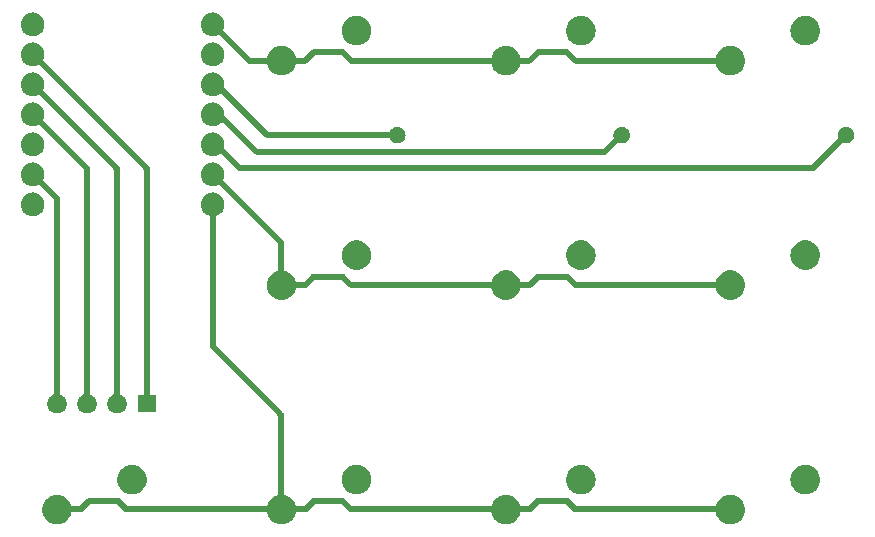
<source format=gtl>
G04 pcbflow Gerber RS-274X export*
G75*
%MOMM*%
%FSLAX34Y34*%
%LPD*%
%INTop Copper*%
%IPPOS*%
%AMOC8*
5,1,8,0,0,1.08239X$1,22.5*%
G01*
%ADD10C,0.010000*%
%TF.FileFunction,Copper,L1,Top*%G36*
X0062583Y0131553D02*
X0063717Y0130898D01*
X0064777Y0130128D01*
X0065751Y0129251D01*
X0066628Y0128277D01*
X0067398Y0127217D01*
X0068053Y0126083D01*
X0068586Y0124886D01*
X0068991Y0123640D01*
X0069148Y0122900D01*
X0075864Y0122900D01*
X0082203Y0129239D01*
X0082385Y0129404D01*
X0082582Y0129550D01*
X0082793Y0129676D01*
X0083014Y0129781D01*
X0083245Y0129863D01*
X0083483Y0129923D01*
X0083726Y0129959D01*
X0083971Y0129971D01*
X0108971Y0129971D01*
X0109216Y0129959D01*
X0109459Y0129923D01*
X0109697Y0129863D01*
X0109928Y0129781D01*
X0110150Y0129676D01*
X0110360Y0129550D01*
X0110557Y0129404D01*
X0110739Y0129239D01*
X0117078Y0122900D01*
X0234652Y0122900D01*
X0234809Y0123640D01*
X0235214Y0124886D01*
X0235747Y0126083D01*
X0236402Y0127217D01*
X0237172Y0128277D01*
X0238049Y0129251D01*
X0239023Y0130128D01*
X0240083Y0130898D01*
X0241217Y0131553D01*
X0242414Y0132086D01*
X0243660Y0132491D01*
X0244400Y0132648D01*
X0244400Y0199564D01*
X0186932Y0257032D01*
X0186767Y0257214D01*
X0186621Y0257411D01*
X0186495Y0257622D01*
X0186390Y0257843D01*
X0186308Y0258074D01*
X0186248Y0258312D01*
X0186212Y0258555D01*
X0186200Y0258800D01*
X0186200Y0369108D01*
X0186108Y0369127D01*
X0185111Y0369451D01*
X0184154Y0369878D01*
X0183246Y0370402D01*
X0182398Y0371018D01*
X0181619Y0371719D01*
X0180918Y0372498D01*
X0180302Y0373346D01*
X0179778Y0374254D01*
X0179351Y0375211D01*
X0179027Y0376208D01*
X0178810Y0377234D01*
X0178700Y0378276D01*
X0178700Y0379324D01*
X0178810Y0380366D01*
X0179027Y0381392D01*
X0179351Y0382389D01*
X0179778Y0383346D01*
X0180302Y0384254D01*
X0180918Y0385102D01*
X0181619Y0385881D01*
X0182398Y0386582D01*
X0183246Y0387198D01*
X0184154Y0387722D01*
X0185111Y0388149D01*
X0186108Y0388473D01*
X0187134Y0388690D01*
X0188176Y0388800D01*
X0188700Y0388800D01*
X0189224Y0388800D01*
X0190266Y0388690D01*
X0191292Y0388473D01*
X0192289Y0388149D01*
X0193246Y0387722D01*
X0194154Y0387198D01*
X0195002Y0386582D01*
X0195781Y0385881D01*
X0196482Y0385102D01*
X0197098Y0384254D01*
X0197622Y0383346D01*
X0198049Y0382389D01*
X0198373Y0381392D01*
X0198590Y0380366D01*
X0198700Y0379324D01*
X0198700Y0378276D01*
X0198590Y0377234D01*
X0198373Y0376208D01*
X0198049Y0375211D01*
X0197622Y0374254D01*
X0197098Y0373346D01*
X0196482Y0372498D01*
X0195781Y0371719D01*
X0195002Y0371018D01*
X0194154Y0370402D01*
X0193246Y0369878D01*
X0192289Y0369451D01*
X0191292Y0369127D01*
X0191200Y0369108D01*
X0191200Y0259836D01*
X0248668Y0202368D01*
X0248833Y0202186D01*
X0248979Y0201989D01*
X0249105Y0201778D01*
X0249210Y0201557D01*
X0249292Y0201326D01*
X0249352Y0201088D01*
X0249388Y0200845D01*
X0249400Y0200600D01*
X0249400Y0132648D01*
X0250140Y0132491D01*
X0251386Y0132086D01*
X0252583Y0131553D01*
X0253717Y0130898D01*
X0254777Y0130128D01*
X0255751Y0129251D01*
X0256628Y0128277D01*
X0257398Y0127217D01*
X0258053Y0126083D01*
X0258586Y0124886D01*
X0258991Y0123640D01*
X0259148Y0122900D01*
X0265864Y0122900D01*
X0272203Y0129239D01*
X0272385Y0129404D01*
X0272582Y0129550D01*
X0272793Y0129676D01*
X0273014Y0129781D01*
X0273245Y0129863D01*
X0273483Y0129923D01*
X0273726Y0129959D01*
X0273971Y0129971D01*
X0298971Y0129971D01*
X0299216Y0129959D01*
X0299459Y0129923D01*
X0299697Y0129863D01*
X0299928Y0129781D01*
X0300150Y0129676D01*
X0300360Y0129550D01*
X0300557Y0129404D01*
X0300739Y0129239D01*
X0307078Y0122900D01*
X0424652Y0122900D01*
X0424809Y0123640D01*
X0425214Y0124886D01*
X0425747Y0126083D01*
X0426402Y0127217D01*
X0427172Y0128277D01*
X0428049Y0129251D01*
X0429023Y0130128D01*
X0430083Y0130898D01*
X0431217Y0131553D01*
X0432414Y0132086D01*
X0433660Y0132491D01*
X0434942Y0132763D01*
X0436245Y0132900D01*
X0436900Y0132900D01*
X0437555Y0132900D01*
X0438858Y0132763D01*
X0440140Y0132491D01*
X0441386Y0132086D01*
X0442583Y0131553D01*
X0443717Y0130898D01*
X0444777Y0130128D01*
X0445751Y0129251D01*
X0446628Y0128277D01*
X0447398Y0127217D01*
X0448053Y0126083D01*
X0448586Y0124886D01*
X0448991Y0123640D01*
X0449148Y0122900D01*
X0455864Y0122900D01*
X0462203Y0129239D01*
X0462385Y0129404D01*
X0462582Y0129550D01*
X0462793Y0129676D01*
X0463014Y0129781D01*
X0463245Y0129863D01*
X0463483Y0129923D01*
X0463726Y0129959D01*
X0463971Y0129971D01*
X0488971Y0129971D01*
X0489216Y0129959D01*
X0489459Y0129923D01*
X0489697Y0129863D01*
X0489928Y0129781D01*
X0490150Y0129676D01*
X0490360Y0129550D01*
X0490557Y0129404D01*
X0490739Y0129239D01*
X0497078Y0122900D01*
X0614652Y0122900D01*
X0614809Y0123640D01*
X0615214Y0124886D01*
X0615747Y0126083D01*
X0616402Y0127217D01*
X0617172Y0128277D01*
X0618049Y0129251D01*
X0619023Y0130128D01*
X0620083Y0130898D01*
X0621217Y0131553D01*
X0622414Y0132086D01*
X0623660Y0132491D01*
X0624942Y0132763D01*
X0626245Y0132900D01*
X0626900Y0132900D01*
X0627555Y0132900D01*
X0628858Y0132763D01*
X0630140Y0132491D01*
X0631386Y0132086D01*
X0632583Y0131553D01*
X0633717Y0130898D01*
X0634777Y0130128D01*
X0635751Y0129251D01*
X0636628Y0128277D01*
X0637398Y0127217D01*
X0638053Y0126083D01*
X0638586Y0124886D01*
X0638991Y0123640D01*
X0639263Y0122358D01*
X0639400Y0121055D01*
X0639400Y0119745D01*
X0639263Y0118442D01*
X0638991Y0117160D01*
X0638586Y0115914D01*
X0638053Y0114717D01*
X0637398Y0113583D01*
X0636628Y0112523D01*
X0635751Y0111549D01*
X0634777Y0110672D01*
X0633717Y0109902D01*
X0632583Y0109247D01*
X0631386Y0108714D01*
X0630140Y0108309D01*
X0628858Y0108037D01*
X0627555Y0107900D01*
X0626245Y0107900D01*
X0624942Y0108037D01*
X0623660Y0108309D01*
X0622414Y0108714D01*
X0621217Y0109247D01*
X0620083Y0109902D01*
X0619023Y0110672D01*
X0618049Y0111549D01*
X0617172Y0112523D01*
X0616402Y0113583D01*
X0615747Y0114717D01*
X0615214Y0115914D01*
X0614809Y0117160D01*
X0614652Y0117900D01*
X0496042Y0117900D01*
X0495797Y0117912D01*
X0495554Y0117948D01*
X0495316Y0118008D01*
X0495085Y0118090D01*
X0494864Y0118195D01*
X0494653Y0118321D01*
X0494456Y0118467D01*
X0494274Y0118632D01*
X0487936Y0124971D01*
X0465007Y0124971D01*
X0458668Y0118632D01*
X0458486Y0118467D01*
X0458289Y0118321D01*
X0458078Y0118195D01*
X0457857Y0118090D01*
X0457626Y0118008D01*
X0457388Y0117948D01*
X0457145Y0117912D01*
X0456900Y0117900D01*
X0449148Y0117900D01*
X0448991Y0117160D01*
X0448586Y0115914D01*
X0448053Y0114717D01*
X0447398Y0113583D01*
X0446628Y0112523D01*
X0445751Y0111549D01*
X0444777Y0110672D01*
X0443717Y0109902D01*
X0442583Y0109247D01*
X0441386Y0108714D01*
X0440140Y0108309D01*
X0438858Y0108037D01*
X0437555Y0107900D01*
X0436245Y0107900D01*
X0434942Y0108037D01*
X0433660Y0108309D01*
X0432414Y0108714D01*
X0431217Y0109247D01*
X0430083Y0109902D01*
X0429023Y0110672D01*
X0428049Y0111549D01*
X0427172Y0112523D01*
X0426402Y0113583D01*
X0425747Y0114717D01*
X0425214Y0115914D01*
X0424809Y0117160D01*
X0424652Y0117900D01*
X0306042Y0117900D01*
X0305797Y0117912D01*
X0305554Y0117948D01*
X0305316Y0118008D01*
X0305085Y0118090D01*
X0304864Y0118195D01*
X0304653Y0118321D01*
X0304456Y0118467D01*
X0304274Y0118632D01*
X0297936Y0124971D01*
X0275007Y0124971D01*
X0268668Y0118632D01*
X0268486Y0118467D01*
X0268289Y0118321D01*
X0268078Y0118195D01*
X0267857Y0118090D01*
X0267626Y0118008D01*
X0267388Y0117948D01*
X0267145Y0117912D01*
X0266900Y0117900D01*
X0259148Y0117900D01*
X0258991Y0117160D01*
X0258586Y0115914D01*
X0258053Y0114717D01*
X0257398Y0113583D01*
X0256628Y0112523D01*
X0255751Y0111549D01*
X0254777Y0110672D01*
X0253717Y0109902D01*
X0252583Y0109247D01*
X0251386Y0108714D01*
X0250140Y0108309D01*
X0248858Y0108037D01*
X0247555Y0107900D01*
X0246245Y0107900D01*
X0244942Y0108037D01*
X0243660Y0108309D01*
X0242414Y0108714D01*
X0241217Y0109247D01*
X0240083Y0109902D01*
X0239023Y0110672D01*
X0238049Y0111549D01*
X0237172Y0112523D01*
X0236402Y0113583D01*
X0235747Y0114717D01*
X0235214Y0115914D01*
X0234809Y0117160D01*
X0234652Y0117900D01*
X0116042Y0117900D01*
X0115797Y0117912D01*
X0115554Y0117948D01*
X0115316Y0118008D01*
X0115085Y0118090D01*
X0114864Y0118195D01*
X0114653Y0118321D01*
X0114456Y0118467D01*
X0114274Y0118632D01*
X0107936Y0124971D01*
X0085007Y0124971D01*
X0078668Y0118632D01*
X0078486Y0118467D01*
X0078289Y0118321D01*
X0078078Y0118195D01*
X0077857Y0118090D01*
X0077626Y0118008D01*
X0077388Y0117948D01*
X0077145Y0117912D01*
X0076900Y0117900D01*
X0069148Y0117900D01*
X0068991Y0117160D01*
X0068586Y0115914D01*
X0068053Y0114717D01*
X0067398Y0113583D01*
X0066628Y0112523D01*
X0065751Y0111549D01*
X0064777Y0110672D01*
X0063717Y0109902D01*
X0062583Y0109247D01*
X0061386Y0108714D01*
X0060140Y0108309D01*
X0058858Y0108037D01*
X0057555Y0107900D01*
X0056245Y0107900D01*
X0054942Y0108037D01*
X0053660Y0108309D01*
X0052414Y0108714D01*
X0051217Y0109247D01*
X0050083Y0109902D01*
X0049023Y0110672D01*
X0048049Y0111549D01*
X0047172Y0112523D01*
X0046402Y0113583D01*
X0045747Y0114717D01*
X0045214Y0115914D01*
X0044809Y0117160D01*
X0044537Y0118442D01*
X0044400Y0119745D01*
X0044400Y0121055D01*
X0044537Y0122358D01*
X0044809Y0123640D01*
X0045214Y0124886D01*
X0045747Y0126083D01*
X0046402Y0127217D01*
X0047172Y0128277D01*
X0048049Y0129251D01*
X0049023Y0130128D01*
X0050083Y0130898D01*
X0051217Y0131553D01*
X0052414Y0132086D01*
X0053660Y0132491D01*
X0054942Y0132763D01*
X0056245Y0132900D01*
X0056900Y0132900D01*
X0057555Y0132900D01*
X0058858Y0132763D01*
X0060140Y0132491D01*
X0061386Y0132086D01*
X0062583Y0131553D01*
G37*

G36*
X0127217Y0156298D02*
X0128277Y0155528D01*
X0129251Y0154651D01*
X0130128Y0153677D01*
X0130898Y0152617D01*
X0131553Y0151483D01*
X0132086Y0150286D01*
X0132491Y0149040D01*
X0132763Y0147758D01*
X0132900Y0146455D01*
X0132900Y0145145D01*
X0132763Y0143842D01*
X0132491Y0142560D01*
X0132086Y0141314D01*
X0131553Y0140117D01*
X0130898Y0138983D01*
X0130128Y0137923D01*
X0129251Y0136949D01*
X0128277Y0136072D01*
X0127217Y0135302D01*
X0126083Y0134647D01*
X0124886Y0134114D01*
X0123640Y0133709D01*
X0122358Y0133437D01*
X0121055Y0133300D01*
X0119745Y0133300D01*
X0118442Y0133437D01*
X0117160Y0133709D01*
X0115914Y0134114D01*
X0114717Y0134647D01*
X0113583Y0135302D01*
X0112523Y0136072D01*
X0111549Y0136949D01*
X0110672Y0137923D01*
X0109902Y0138983D01*
X0109247Y0140117D01*
X0108714Y0141314D01*
X0108309Y0142560D01*
X0108037Y0143842D01*
X0107900Y0145145D01*
X0107900Y0146455D01*
X0108037Y0147758D01*
X0108309Y0149040D01*
X0108714Y0150286D01*
X0109247Y0151483D01*
X0109902Y0152617D01*
X0110672Y0153677D01*
X0111549Y0154651D01*
X0112523Y0155528D01*
X0113583Y0156298D01*
X0114717Y0156953D01*
X0115914Y0157486D01*
X0117160Y0157891D01*
X0118442Y0158163D01*
X0119745Y0158300D01*
X0120400Y0158300D01*
X0121055Y0158300D01*
X0122358Y0158163D01*
X0123640Y0157891D01*
X0124886Y0157486D01*
X0126083Y0156953D01*
X0127217Y0156298D01*
G37*

G36*
X0100771Y0214499D02*
X0101280Y0215199D01*
X0101858Y0215842D01*
X0102501Y0216420D01*
X0103201Y0216929D01*
X0103949Y0217361D01*
X0104739Y0217713D01*
X0105200Y0217862D01*
X0105200Y0407964D01*
X0041379Y0471785D01*
X0040846Y0471478D01*
X0039889Y0471051D01*
X0038892Y0470727D01*
X0037866Y0470510D01*
X0036824Y0470400D01*
X0035776Y0470400D01*
X0034734Y0470510D01*
X0033708Y0470727D01*
X0032711Y0471051D01*
X0031754Y0471478D01*
X0030846Y0472002D01*
X0029998Y0472618D01*
X0029219Y0473319D01*
X0028518Y0474098D01*
X0027902Y0474946D01*
X0027378Y0475854D01*
X0026951Y0476811D01*
X0026627Y0477808D01*
X0026410Y0478834D01*
X0026300Y0479876D01*
X0026300Y0480924D01*
X0026410Y0481966D01*
X0026627Y0482992D01*
X0026951Y0483989D01*
X0027378Y0484946D01*
X0027902Y0485854D01*
X0028518Y0486702D01*
X0029219Y0487481D01*
X0029998Y0488182D01*
X0030846Y0488798D01*
X0031754Y0489322D01*
X0032711Y0489749D01*
X0033708Y0490073D01*
X0034734Y0490290D01*
X0035776Y0490400D01*
X0036300Y0490400D01*
X0036824Y0490400D01*
X0037866Y0490290D01*
X0038892Y0490073D01*
X0039889Y0489749D01*
X0040846Y0489322D01*
X0041754Y0488798D01*
X0042602Y0488182D01*
X0043381Y0487481D01*
X0044082Y0486702D01*
X0044698Y0485854D01*
X0045222Y0484946D01*
X0045649Y0483989D01*
X0045973Y0482992D01*
X0046190Y0481966D01*
X0046300Y0480924D01*
X0046300Y0479876D01*
X0046190Y0478834D01*
X0045973Y0477808D01*
X0045649Y0476811D01*
X0045222Y0475854D01*
X0044915Y0475321D01*
X0109468Y0410768D01*
X0109633Y0410586D01*
X0109779Y0410389D01*
X0109905Y0410178D01*
X0110010Y0409957D01*
X0110092Y0409726D01*
X0110152Y0409488D01*
X0110188Y0409245D01*
X0110200Y0409000D01*
X0110200Y0217862D01*
X0110661Y0217713D01*
X0111451Y0217361D01*
X0112199Y0216929D01*
X0112899Y0216420D01*
X0113542Y0215842D01*
X0114120Y0215199D01*
X0114629Y0214499D01*
X0115061Y0213751D01*
X0115413Y0212961D01*
X0115680Y0212138D01*
X0115860Y0211292D01*
X0115950Y0210432D01*
X0115950Y0209568D01*
X0115860Y0208708D01*
X0115680Y0207862D01*
X0115413Y0207039D01*
X0115061Y0206249D01*
X0114629Y0205501D01*
X0114120Y0204801D01*
X0113542Y0204158D01*
X0112899Y0203580D01*
X0112199Y0203071D01*
X0111451Y0202639D01*
X0110661Y0202287D01*
X0109838Y0202020D01*
X0108992Y0201840D01*
X0108132Y0201750D01*
X0107268Y0201750D01*
X0106408Y0201840D01*
X0105562Y0202020D01*
X0104739Y0202287D01*
X0103949Y0202639D01*
X0103201Y0203071D01*
X0102501Y0203580D01*
X0101858Y0204158D01*
X0101280Y0204801D01*
X0100771Y0205501D01*
X0100339Y0206249D01*
X0099987Y0207039D01*
X0099720Y0207862D01*
X0099540Y0208708D01*
X0099450Y0209568D01*
X0099450Y0210000D01*
X0099450Y0210432D01*
X0099540Y0211292D01*
X0099720Y0212138D01*
X0099987Y0212961D01*
X0100339Y0213751D01*
X0100771Y0214499D01*
G37*

G36*
X0075371Y0214499D02*
X0075880Y0215199D01*
X0076458Y0215842D01*
X0077101Y0216420D01*
X0077801Y0216929D01*
X0078549Y0217361D01*
X0079339Y0217713D01*
X0079800Y0217862D01*
X0079800Y0407964D01*
X0041379Y0446385D01*
X0040846Y0446078D01*
X0039889Y0445651D01*
X0038892Y0445327D01*
X0037866Y0445110D01*
X0036824Y0445000D01*
X0035776Y0445000D01*
X0034734Y0445110D01*
X0033708Y0445327D01*
X0032711Y0445651D01*
X0031754Y0446078D01*
X0030846Y0446602D01*
X0029998Y0447218D01*
X0029219Y0447919D01*
X0028518Y0448698D01*
X0027902Y0449546D01*
X0027378Y0450454D01*
X0026951Y0451411D01*
X0026627Y0452408D01*
X0026410Y0453434D01*
X0026300Y0454476D01*
X0026300Y0455524D01*
X0026410Y0456566D01*
X0026627Y0457592D01*
X0026951Y0458589D01*
X0027378Y0459546D01*
X0027902Y0460454D01*
X0028518Y0461302D01*
X0029219Y0462081D01*
X0029998Y0462782D01*
X0030846Y0463398D01*
X0031754Y0463922D01*
X0032711Y0464349D01*
X0033708Y0464673D01*
X0034734Y0464890D01*
X0035776Y0465000D01*
X0036300Y0465000D01*
X0036824Y0465000D01*
X0037866Y0464890D01*
X0038892Y0464673D01*
X0039889Y0464349D01*
X0040846Y0463922D01*
X0041754Y0463398D01*
X0042602Y0462782D01*
X0043381Y0462081D01*
X0044082Y0461302D01*
X0044698Y0460454D01*
X0045222Y0459546D01*
X0045649Y0458589D01*
X0045973Y0457592D01*
X0046190Y0456566D01*
X0046300Y0455524D01*
X0046300Y0454476D01*
X0046190Y0453434D01*
X0045973Y0452408D01*
X0045649Y0451411D01*
X0045222Y0450454D01*
X0044915Y0449921D01*
X0084068Y0410768D01*
X0084233Y0410586D01*
X0084379Y0410389D01*
X0084505Y0410178D01*
X0084610Y0409957D01*
X0084692Y0409726D01*
X0084752Y0409488D01*
X0084788Y0409245D01*
X0084800Y0409000D01*
X0084800Y0217862D01*
X0085261Y0217713D01*
X0086051Y0217361D01*
X0086799Y0216929D01*
X0087499Y0216420D01*
X0088142Y0215842D01*
X0088720Y0215199D01*
X0089229Y0214499D01*
X0089661Y0213751D01*
X0090013Y0212961D01*
X0090280Y0212138D01*
X0090460Y0211292D01*
X0090550Y0210432D01*
X0090550Y0209568D01*
X0090460Y0208708D01*
X0090280Y0207862D01*
X0090013Y0207039D01*
X0089661Y0206249D01*
X0089229Y0205501D01*
X0088720Y0204801D01*
X0088142Y0204158D01*
X0087499Y0203580D01*
X0086799Y0203071D01*
X0086051Y0202639D01*
X0085261Y0202287D01*
X0084438Y0202020D01*
X0083592Y0201840D01*
X0082732Y0201750D01*
X0081868Y0201750D01*
X0081008Y0201840D01*
X0080162Y0202020D01*
X0079339Y0202287D01*
X0078549Y0202639D01*
X0077801Y0203071D01*
X0077101Y0203580D01*
X0076458Y0204158D01*
X0075880Y0204801D01*
X0075371Y0205501D01*
X0074939Y0206249D01*
X0074587Y0207039D01*
X0074320Y0207862D01*
X0074140Y0208708D01*
X0074050Y0209568D01*
X0074050Y0210000D01*
X0074050Y0210432D01*
X0074140Y0211292D01*
X0074320Y0212138D01*
X0074587Y0212961D01*
X0074939Y0213751D01*
X0075371Y0214499D01*
G37*

G36*
X0049971Y0214499D02*
X0050480Y0215199D01*
X0051058Y0215842D01*
X0051701Y0216420D01*
X0052401Y0216929D01*
X0053149Y0217361D01*
X0053939Y0217713D01*
X0054400Y0217862D01*
X0054400Y0382564D01*
X0041379Y0395585D01*
X0040846Y0395278D01*
X0039889Y0394851D01*
X0038892Y0394527D01*
X0037866Y0394310D01*
X0036824Y0394200D01*
X0035776Y0394200D01*
X0034734Y0394310D01*
X0033708Y0394527D01*
X0032711Y0394851D01*
X0031754Y0395278D01*
X0030846Y0395802D01*
X0029998Y0396418D01*
X0029219Y0397119D01*
X0028518Y0397898D01*
X0027902Y0398746D01*
X0027378Y0399654D01*
X0026951Y0400611D01*
X0026627Y0401608D01*
X0026410Y0402634D01*
X0026300Y0403676D01*
X0026300Y0404724D01*
X0026410Y0405766D01*
X0026627Y0406792D01*
X0026951Y0407789D01*
X0027378Y0408746D01*
X0027902Y0409654D01*
X0028518Y0410502D01*
X0029219Y0411281D01*
X0029998Y0411982D01*
X0030846Y0412598D01*
X0031754Y0413122D01*
X0032711Y0413549D01*
X0033708Y0413873D01*
X0034734Y0414090D01*
X0035776Y0414200D01*
X0036300Y0414200D01*
X0036824Y0414200D01*
X0037866Y0414090D01*
X0038892Y0413873D01*
X0039889Y0413549D01*
X0040846Y0413122D01*
X0041754Y0412598D01*
X0042602Y0411982D01*
X0043381Y0411281D01*
X0044082Y0410502D01*
X0044698Y0409654D01*
X0045222Y0408746D01*
X0045649Y0407789D01*
X0045973Y0406792D01*
X0046190Y0405766D01*
X0046300Y0404724D01*
X0046300Y0403676D01*
X0046190Y0402634D01*
X0045973Y0401608D01*
X0045649Y0400611D01*
X0045222Y0399654D01*
X0044915Y0399121D01*
X0058668Y0385368D01*
X0058833Y0385186D01*
X0058979Y0384989D01*
X0059105Y0384778D01*
X0059210Y0384557D01*
X0059292Y0384326D01*
X0059352Y0384088D01*
X0059388Y0383845D01*
X0059400Y0383600D01*
X0059400Y0217862D01*
X0059861Y0217713D01*
X0060651Y0217361D01*
X0061399Y0216929D01*
X0062099Y0216420D01*
X0062742Y0215842D01*
X0063320Y0215199D01*
X0063829Y0214499D01*
X0064261Y0213751D01*
X0064613Y0212961D01*
X0064880Y0212138D01*
X0065060Y0211292D01*
X0065150Y0210432D01*
X0065150Y0209568D01*
X0065060Y0208708D01*
X0064880Y0207862D01*
X0064613Y0207039D01*
X0064261Y0206249D01*
X0063829Y0205501D01*
X0063320Y0204801D01*
X0062742Y0204158D01*
X0062099Y0203580D01*
X0061399Y0203071D01*
X0061025Y0202855D01*
X0060651Y0202639D01*
X0059861Y0202287D01*
X0059038Y0202020D01*
X0058192Y0201840D01*
X0057332Y0201750D01*
X0056468Y0201750D01*
X0055608Y0201840D01*
X0054762Y0202020D01*
X0053939Y0202287D01*
X0053149Y0202639D01*
X0052401Y0203071D01*
X0051701Y0203580D01*
X0051058Y0204158D01*
X0050480Y0204801D01*
X0049971Y0205501D01*
X0049539Y0206249D01*
X0049187Y0207039D01*
X0048920Y0207862D01*
X0048740Y0208708D01*
X0048650Y0209568D01*
X0048650Y0210000D01*
X0048650Y0210432D01*
X0048740Y0211292D01*
X0048920Y0212138D01*
X0049187Y0212961D01*
X0049539Y0213751D01*
X0049971Y0214499D01*
G37*

G36*
X0125600Y0217500D02*
X0130600Y0217500D01*
X0130600Y0407964D01*
X0041379Y0497185D01*
X0040846Y0496878D01*
X0039889Y0496451D01*
X0038892Y0496127D01*
X0037866Y0495910D01*
X0036824Y0495800D01*
X0035776Y0495800D01*
X0034734Y0495910D01*
X0033708Y0496127D01*
X0032711Y0496451D01*
X0031754Y0496878D01*
X0030846Y0497402D01*
X0029998Y0498018D01*
X0029219Y0498719D01*
X0028518Y0499498D01*
X0027902Y0500346D01*
X0027378Y0501254D01*
X0026951Y0502211D01*
X0026627Y0503208D01*
X0026410Y0504234D01*
X0026300Y0505276D01*
X0026300Y0506324D01*
X0026410Y0507366D01*
X0026627Y0508392D01*
X0026951Y0509389D01*
X0027378Y0510346D01*
X0027902Y0511254D01*
X0028518Y0512102D01*
X0029219Y0512881D01*
X0029998Y0513582D01*
X0030846Y0514198D01*
X0031754Y0514722D01*
X0032711Y0515149D01*
X0033708Y0515473D01*
X0034734Y0515690D01*
X0035776Y0515800D01*
X0036300Y0515800D01*
X0036824Y0515800D01*
X0037866Y0515690D01*
X0038892Y0515473D01*
X0039889Y0515149D01*
X0040846Y0514722D01*
X0041754Y0514198D01*
X0042602Y0513582D01*
X0043381Y0512881D01*
X0044082Y0512102D01*
X0044698Y0511254D01*
X0045222Y0510346D01*
X0045649Y0509389D01*
X0045973Y0508392D01*
X0046190Y0507366D01*
X0046300Y0506324D01*
X0046300Y0505276D01*
X0046190Y0504234D01*
X0045973Y0503208D01*
X0045649Y0502211D01*
X0045222Y0501254D01*
X0044915Y0500721D01*
X0134868Y0410768D01*
X0135033Y0410586D01*
X0135179Y0410389D01*
X0135305Y0410178D01*
X0135410Y0409957D01*
X0135492Y0409726D01*
X0135552Y0409488D01*
X0135588Y0409245D01*
X0135600Y0409000D01*
X0135600Y0217500D01*
X0140600Y0217500D01*
X0140600Y0202500D01*
X0125600Y0202500D01*
X0125600Y0210000D01*
X0125600Y0217500D01*
G37*

G36*
X0041754Y0387198D02*
X0042602Y0386582D01*
X0043381Y0385881D01*
X0044082Y0385102D01*
X0044698Y0384254D01*
X0045222Y0383346D01*
X0045649Y0382389D01*
X0045973Y0381392D01*
X0046190Y0380366D01*
X0046300Y0379324D01*
X0046300Y0378276D01*
X0046190Y0377234D01*
X0045973Y0376208D01*
X0045649Y0375211D01*
X0045222Y0374254D01*
X0044698Y0373346D01*
X0044082Y0372498D01*
X0043381Y0371719D01*
X0042602Y0371018D01*
X0041754Y0370402D01*
X0040846Y0369878D01*
X0039889Y0369451D01*
X0038892Y0369127D01*
X0037866Y0368910D01*
X0036824Y0368800D01*
X0035776Y0368800D01*
X0034734Y0368910D01*
X0033708Y0369127D01*
X0032711Y0369451D01*
X0031754Y0369878D01*
X0030846Y0370402D01*
X0029998Y0371018D01*
X0029219Y0371719D01*
X0028518Y0372498D01*
X0027902Y0373346D01*
X0027378Y0374254D01*
X0026951Y0375211D01*
X0026627Y0376208D01*
X0026410Y0377234D01*
X0026300Y0378276D01*
X0026300Y0379324D01*
X0026410Y0380366D01*
X0026627Y0381392D01*
X0026951Y0382389D01*
X0027378Y0383346D01*
X0027902Y0384254D01*
X0028518Y0385102D01*
X0029219Y0385881D01*
X0029998Y0386582D01*
X0030846Y0387198D01*
X0031754Y0387722D01*
X0032711Y0388149D01*
X0033708Y0388473D01*
X0034734Y0388690D01*
X0035776Y0388800D01*
X0036300Y0388800D01*
X0036824Y0388800D01*
X0037866Y0388690D01*
X0038892Y0388473D01*
X0039889Y0388149D01*
X0040846Y0387722D01*
X0041754Y0387198D01*
G37*

G36*
X0040846Y0438522D02*
X0041754Y0437998D01*
X0042602Y0437382D01*
X0043381Y0436681D01*
X0044082Y0435902D01*
X0044698Y0435054D01*
X0045222Y0434146D01*
X0045649Y0433189D01*
X0045973Y0432192D01*
X0046190Y0431166D01*
X0046300Y0430124D01*
X0046300Y0429076D01*
X0046190Y0428034D01*
X0045973Y0427008D01*
X0045649Y0426011D01*
X0045222Y0425054D01*
X0044698Y0424146D01*
X0044082Y0423298D01*
X0043381Y0422519D01*
X0042602Y0421818D01*
X0041754Y0421202D01*
X0040846Y0420678D01*
X0039889Y0420251D01*
X0038892Y0419927D01*
X0037866Y0419710D01*
X0036824Y0419600D01*
X0035776Y0419600D01*
X0034734Y0419710D01*
X0033708Y0419927D01*
X0032711Y0420251D01*
X0031754Y0420678D01*
X0030846Y0421202D01*
X0029998Y0421818D01*
X0029219Y0422519D01*
X0028518Y0423298D01*
X0027902Y0424146D01*
X0027378Y0425054D01*
X0026951Y0426011D01*
X0026627Y0427008D01*
X0026410Y0428034D01*
X0026300Y0429076D01*
X0026300Y0430124D01*
X0026410Y0431166D01*
X0026627Y0432192D01*
X0026951Y0433189D01*
X0027378Y0434146D01*
X0027902Y0435054D01*
X0028518Y0435902D01*
X0029219Y0436681D01*
X0029998Y0437382D01*
X0030846Y0437998D01*
X0031754Y0438522D01*
X0032711Y0438949D01*
X0033708Y0439273D01*
X0034734Y0439490D01*
X0035776Y0439600D01*
X0036300Y0439600D01*
X0036824Y0439600D01*
X0037866Y0439490D01*
X0038892Y0439273D01*
X0039889Y0438949D01*
X0040846Y0438522D01*
G37*

G36*
X0194154Y0539598D02*
X0195002Y0538982D01*
X0195781Y0538281D01*
X0196482Y0537502D01*
X0197098Y0536654D01*
X0197622Y0535746D01*
X0198049Y0534789D01*
X0198373Y0533792D01*
X0198590Y0532766D01*
X0198700Y0531724D01*
X0198700Y0530676D01*
X0198590Y0529634D01*
X0198373Y0528608D01*
X0198049Y0527611D01*
X0197622Y0526654D01*
X0197315Y0526121D01*
X0220536Y0502900D01*
X0234652Y0502900D01*
X0234809Y0503640D01*
X0235214Y0504886D01*
X0235747Y0506083D01*
X0236402Y0507217D01*
X0237172Y0508277D01*
X0238049Y0509251D01*
X0239023Y0510128D01*
X0240083Y0510898D01*
X0241217Y0511553D01*
X0242414Y0512086D01*
X0243660Y0512491D01*
X0244942Y0512763D01*
X0246245Y0512900D01*
X0246900Y0512900D01*
X0247555Y0512900D01*
X0248858Y0512763D01*
X0250140Y0512491D01*
X0251386Y0512086D01*
X0252583Y0511553D01*
X0253717Y0510898D01*
X0254777Y0510128D01*
X0255751Y0509251D01*
X0256628Y0508277D01*
X0257398Y0507217D01*
X0258053Y0506083D01*
X0258586Y0504886D01*
X0258991Y0503640D01*
X0259148Y0502900D01*
X0265864Y0502900D01*
X0272203Y0509239D01*
X0272385Y0509404D01*
X0272582Y0509550D01*
X0272793Y0509676D01*
X0273014Y0509781D01*
X0273245Y0509863D01*
X0273483Y0509923D01*
X0273726Y0509959D01*
X0273971Y0509971D01*
X0298971Y0509971D01*
X0299216Y0509959D01*
X0299459Y0509923D01*
X0299697Y0509863D01*
X0299928Y0509781D01*
X0300150Y0509676D01*
X0300360Y0509550D01*
X0300557Y0509404D01*
X0300739Y0509239D01*
X0307078Y0502900D01*
X0424652Y0502900D01*
X0424809Y0503640D01*
X0425214Y0504886D01*
X0425747Y0506083D01*
X0426402Y0507217D01*
X0427172Y0508277D01*
X0428049Y0509251D01*
X0429023Y0510128D01*
X0430083Y0510898D01*
X0431217Y0511553D01*
X0432414Y0512086D01*
X0433660Y0512491D01*
X0434942Y0512763D01*
X0436245Y0512900D01*
X0436900Y0512900D01*
X0437555Y0512900D01*
X0438858Y0512763D01*
X0440140Y0512491D01*
X0441386Y0512086D01*
X0442583Y0511553D01*
X0443717Y0510898D01*
X0444777Y0510128D01*
X0445751Y0509251D01*
X0446628Y0508277D01*
X0447398Y0507217D01*
X0448053Y0506083D01*
X0448586Y0504886D01*
X0448991Y0503640D01*
X0449148Y0502900D01*
X0455864Y0502900D01*
X0462203Y0509239D01*
X0462385Y0509404D01*
X0462582Y0509550D01*
X0462793Y0509676D01*
X0463014Y0509781D01*
X0463245Y0509863D01*
X0463483Y0509923D01*
X0463726Y0509959D01*
X0463971Y0509971D01*
X0488971Y0509971D01*
X0489216Y0509959D01*
X0489459Y0509923D01*
X0489697Y0509863D01*
X0489928Y0509781D01*
X0490150Y0509676D01*
X0490360Y0509550D01*
X0490557Y0509404D01*
X0490739Y0509239D01*
X0497078Y0502900D01*
X0614652Y0502900D01*
X0614809Y0503640D01*
X0615214Y0504886D01*
X0615747Y0506083D01*
X0616402Y0507217D01*
X0617172Y0508277D01*
X0618049Y0509251D01*
X0619023Y0510128D01*
X0620083Y0510898D01*
X0621217Y0511553D01*
X0622414Y0512086D01*
X0623660Y0512491D01*
X0624942Y0512763D01*
X0626245Y0512900D01*
X0626900Y0512900D01*
X0627555Y0512900D01*
X0628858Y0512763D01*
X0630140Y0512491D01*
X0631386Y0512086D01*
X0632583Y0511553D01*
X0633717Y0510898D01*
X0634777Y0510128D01*
X0635751Y0509251D01*
X0636628Y0508277D01*
X0637398Y0507217D01*
X0638053Y0506083D01*
X0638586Y0504886D01*
X0638991Y0503640D01*
X0639263Y0502358D01*
X0639400Y0501055D01*
X0639400Y0499745D01*
X0639263Y0498442D01*
X0638991Y0497160D01*
X0638586Y0495914D01*
X0638053Y0494717D01*
X0637398Y0493583D01*
X0636628Y0492523D01*
X0635751Y0491549D01*
X0634777Y0490672D01*
X0633717Y0489902D01*
X0632583Y0489247D01*
X0631386Y0488714D01*
X0630140Y0488309D01*
X0628858Y0488037D01*
X0627555Y0487900D01*
X0626245Y0487900D01*
X0624942Y0488037D01*
X0623660Y0488309D01*
X0622414Y0488714D01*
X0621217Y0489247D01*
X0620083Y0489902D01*
X0619023Y0490672D01*
X0618049Y0491549D01*
X0617172Y0492523D01*
X0616402Y0493583D01*
X0615747Y0494717D01*
X0615214Y0495914D01*
X0614809Y0497160D01*
X0614652Y0497900D01*
X0496042Y0497900D01*
X0495797Y0497912D01*
X0495554Y0497948D01*
X0495316Y0498008D01*
X0495085Y0498090D01*
X0494864Y0498195D01*
X0494653Y0498321D01*
X0494456Y0498467D01*
X0494274Y0498632D01*
X0487936Y0504971D01*
X0465007Y0504971D01*
X0458668Y0498632D01*
X0458486Y0498467D01*
X0458289Y0498321D01*
X0458078Y0498195D01*
X0457857Y0498090D01*
X0457626Y0498008D01*
X0457388Y0497948D01*
X0457145Y0497912D01*
X0456900Y0497900D01*
X0449148Y0497900D01*
X0448991Y0497160D01*
X0448586Y0495914D01*
X0448053Y0494717D01*
X0447398Y0493583D01*
X0446628Y0492523D01*
X0445751Y0491549D01*
X0444777Y0490672D01*
X0443717Y0489902D01*
X0442583Y0489247D01*
X0441386Y0488714D01*
X0440140Y0488309D01*
X0438858Y0488037D01*
X0437555Y0487900D01*
X0436245Y0487900D01*
X0434942Y0488037D01*
X0433660Y0488309D01*
X0432414Y0488714D01*
X0431217Y0489247D01*
X0430083Y0489902D01*
X0429023Y0490672D01*
X0428049Y0491549D01*
X0427172Y0492523D01*
X0426402Y0493583D01*
X0425747Y0494717D01*
X0425214Y0495914D01*
X0424809Y0497160D01*
X0424652Y0497900D01*
X0306042Y0497900D01*
X0305797Y0497912D01*
X0305554Y0497948D01*
X0305316Y0498008D01*
X0305085Y0498090D01*
X0304864Y0498195D01*
X0304653Y0498321D01*
X0304456Y0498467D01*
X0304274Y0498632D01*
X0297936Y0504971D01*
X0275007Y0504971D01*
X0268668Y0498632D01*
X0268486Y0498467D01*
X0268289Y0498321D01*
X0268078Y0498195D01*
X0267857Y0498090D01*
X0267626Y0498008D01*
X0267388Y0497948D01*
X0267145Y0497912D01*
X0266900Y0497900D01*
X0259148Y0497900D01*
X0258991Y0497160D01*
X0258586Y0495914D01*
X0258053Y0494717D01*
X0257398Y0493583D01*
X0256628Y0492523D01*
X0255751Y0491549D01*
X0254777Y0490672D01*
X0253717Y0489902D01*
X0252583Y0489247D01*
X0251386Y0488714D01*
X0250140Y0488309D01*
X0248858Y0488037D01*
X0247555Y0487900D01*
X0246245Y0487900D01*
X0244942Y0488037D01*
X0243660Y0488309D01*
X0242414Y0488714D01*
X0241217Y0489247D01*
X0240083Y0489902D01*
X0239023Y0490672D01*
X0238049Y0491549D01*
X0237172Y0492523D01*
X0236402Y0493583D01*
X0235747Y0494717D01*
X0235214Y0495914D01*
X0234809Y0497160D01*
X0234652Y0497900D01*
X0219500Y0497900D01*
X0219255Y0497912D01*
X0219012Y0497948D01*
X0218774Y0498008D01*
X0218543Y0498090D01*
X0218322Y0498195D01*
X0218111Y0498321D01*
X0217914Y0498467D01*
X0217732Y0498632D01*
X0193779Y0522585D01*
X0193246Y0522278D01*
X0192289Y0521851D01*
X0191292Y0521527D01*
X0190266Y0521310D01*
X0189224Y0521200D01*
X0188176Y0521200D01*
X0187134Y0521310D01*
X0186108Y0521527D01*
X0185111Y0521851D01*
X0184154Y0522278D01*
X0183246Y0522802D01*
X0182398Y0523418D01*
X0181619Y0524119D01*
X0180918Y0524898D01*
X0180302Y0525746D01*
X0179778Y0526654D01*
X0179351Y0527611D01*
X0179027Y0528608D01*
X0178810Y0529634D01*
X0178700Y0530676D01*
X0178700Y0531724D01*
X0178810Y0532766D01*
X0179027Y0533792D01*
X0179351Y0534789D01*
X0179778Y0535746D01*
X0180302Y0536654D01*
X0180918Y0537502D01*
X0181619Y0538281D01*
X0182398Y0538982D01*
X0183246Y0539598D01*
X0184154Y0540122D01*
X0185111Y0540549D01*
X0186108Y0540873D01*
X0187134Y0541090D01*
X0188176Y0541200D01*
X0188700Y0541200D01*
X0189224Y0541200D01*
X0190266Y0541090D01*
X0191292Y0540873D01*
X0192289Y0540549D01*
X0193246Y0540122D01*
X0194154Y0539598D01*
G37*

G36*
X0041754Y0539598D02*
X0042602Y0538982D01*
X0043381Y0538281D01*
X0044082Y0537502D01*
X0044698Y0536654D01*
X0045222Y0535746D01*
X0045649Y0534789D01*
X0045973Y0533792D01*
X0046190Y0532766D01*
X0046300Y0531724D01*
X0046300Y0530676D01*
X0046190Y0529634D01*
X0045973Y0528608D01*
X0045649Y0527611D01*
X0045222Y0526654D01*
X0044698Y0525746D01*
X0044082Y0524898D01*
X0043381Y0524119D01*
X0042602Y0523418D01*
X0041754Y0522802D01*
X0040846Y0522278D01*
X0039889Y0521851D01*
X0038892Y0521527D01*
X0037866Y0521310D01*
X0036824Y0521200D01*
X0035776Y0521200D01*
X0034734Y0521310D01*
X0033708Y0521527D01*
X0032711Y0521851D01*
X0031754Y0522278D01*
X0030846Y0522802D01*
X0029998Y0523418D01*
X0029219Y0524119D01*
X0028518Y0524898D01*
X0027902Y0525746D01*
X0027378Y0526654D01*
X0026951Y0527611D01*
X0026627Y0528608D01*
X0026410Y0529634D01*
X0026300Y0530676D01*
X0026300Y0531724D01*
X0026410Y0532766D01*
X0026627Y0533792D01*
X0026951Y0534789D01*
X0027378Y0535746D01*
X0027902Y0536654D01*
X0028518Y0537502D01*
X0029219Y0538281D01*
X0029998Y0538982D01*
X0030846Y0539598D01*
X0031754Y0540122D01*
X0032711Y0540549D01*
X0033708Y0540873D01*
X0034734Y0541090D01*
X0035776Y0541200D01*
X0036300Y0541200D01*
X0036824Y0541200D01*
X0037866Y0541090D01*
X0038892Y0540873D01*
X0039889Y0540549D01*
X0040846Y0540122D01*
X0041754Y0539598D01*
G37*

G36*
X0317217Y0156298D02*
X0318277Y0155528D01*
X0319251Y0154651D01*
X0320128Y0153677D01*
X0320898Y0152617D01*
X0321553Y0151483D01*
X0322086Y0150286D01*
X0322491Y0149040D01*
X0322763Y0147758D01*
X0322900Y0146455D01*
X0322900Y0145145D01*
X0322763Y0143842D01*
X0322491Y0142560D01*
X0322086Y0141314D01*
X0321553Y0140117D01*
X0320898Y0138983D01*
X0320128Y0137923D01*
X0319251Y0136949D01*
X0318277Y0136072D01*
X0317217Y0135302D01*
X0316083Y0134647D01*
X0314886Y0134114D01*
X0313640Y0133709D01*
X0312358Y0133437D01*
X0311055Y0133300D01*
X0309745Y0133300D01*
X0308442Y0133437D01*
X0307160Y0133709D01*
X0305914Y0134114D01*
X0304717Y0134647D01*
X0303583Y0135302D01*
X0302523Y0136072D01*
X0301549Y0136949D01*
X0300672Y0137923D01*
X0299902Y0138983D01*
X0299247Y0140117D01*
X0298714Y0141314D01*
X0298309Y0142560D01*
X0298037Y0143842D01*
X0297900Y0145145D01*
X0297900Y0146455D01*
X0298037Y0147758D01*
X0298309Y0149040D01*
X0298714Y0150286D01*
X0299247Y0151483D01*
X0299902Y0152617D01*
X0300672Y0153677D01*
X0301549Y0154651D01*
X0302523Y0155528D01*
X0303583Y0156298D01*
X0304717Y0156953D01*
X0305914Y0157486D01*
X0307160Y0157891D01*
X0308442Y0158163D01*
X0309745Y0158300D01*
X0310400Y0158300D01*
X0311055Y0158300D01*
X0312358Y0158163D01*
X0313640Y0157891D01*
X0314886Y0157486D01*
X0316083Y0156953D01*
X0317217Y0156298D01*
G37*

G36*
X0253717Y0320898D02*
X0254777Y0320128D01*
X0255751Y0319251D01*
X0256628Y0318277D01*
X0257398Y0317217D01*
X0258053Y0316083D01*
X0258586Y0314886D01*
X0258991Y0313640D01*
X0259148Y0312900D01*
X0265864Y0312900D01*
X0272203Y0319239D01*
X0272385Y0319404D01*
X0272582Y0319550D01*
X0272793Y0319676D01*
X0273014Y0319781D01*
X0273245Y0319863D01*
X0273483Y0319923D01*
X0273726Y0319959D01*
X0273971Y0319971D01*
X0298971Y0319971D01*
X0299216Y0319959D01*
X0299459Y0319923D01*
X0299697Y0319863D01*
X0299928Y0319781D01*
X0300150Y0319676D01*
X0300360Y0319550D01*
X0300557Y0319404D01*
X0300739Y0319239D01*
X0307078Y0312900D01*
X0424652Y0312900D01*
X0424809Y0313640D01*
X0425214Y0314886D01*
X0425747Y0316083D01*
X0426402Y0317217D01*
X0427172Y0318277D01*
X0428049Y0319251D01*
X0429023Y0320128D01*
X0430083Y0320898D01*
X0431217Y0321553D01*
X0432414Y0322086D01*
X0433660Y0322491D01*
X0434942Y0322763D01*
X0436245Y0322900D01*
X0436900Y0322900D01*
X0437555Y0322900D01*
X0438858Y0322763D01*
X0440140Y0322491D01*
X0441386Y0322086D01*
X0442583Y0321553D01*
X0443717Y0320898D01*
X0444777Y0320128D01*
X0445751Y0319251D01*
X0446628Y0318277D01*
X0447398Y0317217D01*
X0448053Y0316083D01*
X0448586Y0314886D01*
X0448991Y0313640D01*
X0449148Y0312900D01*
X0455864Y0312900D01*
X0462203Y0319239D01*
X0462385Y0319404D01*
X0462582Y0319550D01*
X0462793Y0319676D01*
X0463014Y0319781D01*
X0463245Y0319863D01*
X0463483Y0319923D01*
X0463726Y0319959D01*
X0463971Y0319971D01*
X0488971Y0319971D01*
X0489216Y0319959D01*
X0489459Y0319923D01*
X0489697Y0319863D01*
X0489928Y0319781D01*
X0490150Y0319676D01*
X0490360Y0319550D01*
X0490557Y0319404D01*
X0490739Y0319239D01*
X0497078Y0312900D01*
X0614652Y0312900D01*
X0614809Y0313640D01*
X0615214Y0314886D01*
X0615747Y0316083D01*
X0616402Y0317217D01*
X0617172Y0318277D01*
X0618049Y0319251D01*
X0619023Y0320128D01*
X0620083Y0320898D01*
X0621217Y0321553D01*
X0622414Y0322086D01*
X0623660Y0322491D01*
X0624942Y0322763D01*
X0626245Y0322900D01*
X0626900Y0322900D01*
X0627555Y0322900D01*
X0628858Y0322763D01*
X0630140Y0322491D01*
X0631386Y0322086D01*
X0632583Y0321553D01*
X0633717Y0320898D01*
X0634777Y0320128D01*
X0635751Y0319251D01*
X0636628Y0318277D01*
X0637398Y0317217D01*
X0638053Y0316083D01*
X0638586Y0314886D01*
X0638991Y0313640D01*
X0639263Y0312358D01*
X0639400Y0311055D01*
X0639400Y0309745D01*
X0639263Y0308442D01*
X0638991Y0307160D01*
X0638586Y0305914D01*
X0638053Y0304717D01*
X0637398Y0303583D01*
X0636628Y0302523D01*
X0635751Y0301549D01*
X0634777Y0300672D01*
X0633717Y0299902D01*
X0632583Y0299247D01*
X0631386Y0298714D01*
X0630140Y0298309D01*
X0628858Y0298037D01*
X0627555Y0297900D01*
X0626245Y0297900D01*
X0624942Y0298037D01*
X0623660Y0298309D01*
X0622414Y0298714D01*
X0621217Y0299247D01*
X0620083Y0299902D01*
X0619023Y0300672D01*
X0618049Y0301549D01*
X0617172Y0302523D01*
X0616402Y0303583D01*
X0615747Y0304717D01*
X0615214Y0305914D01*
X0614809Y0307160D01*
X0614652Y0307900D01*
X0496042Y0307900D01*
X0495797Y0307912D01*
X0495554Y0307948D01*
X0495316Y0308008D01*
X0495085Y0308090D01*
X0494864Y0308195D01*
X0494653Y0308321D01*
X0494456Y0308467D01*
X0494274Y0308632D01*
X0487936Y0314971D01*
X0465007Y0314971D01*
X0458668Y0308632D01*
X0458486Y0308467D01*
X0458289Y0308321D01*
X0458078Y0308195D01*
X0457857Y0308090D01*
X0457626Y0308008D01*
X0457388Y0307948D01*
X0457145Y0307912D01*
X0456900Y0307900D01*
X0449148Y0307900D01*
X0448991Y0307160D01*
X0448586Y0305914D01*
X0448053Y0304717D01*
X0447398Y0303583D01*
X0446628Y0302523D01*
X0445751Y0301549D01*
X0444777Y0300672D01*
X0443717Y0299902D01*
X0442583Y0299247D01*
X0441386Y0298714D01*
X0440140Y0298309D01*
X0438858Y0298037D01*
X0437555Y0297900D01*
X0436245Y0297900D01*
X0434942Y0298037D01*
X0433660Y0298309D01*
X0432414Y0298714D01*
X0431217Y0299247D01*
X0430083Y0299902D01*
X0429023Y0300672D01*
X0428049Y0301549D01*
X0427172Y0302523D01*
X0426402Y0303583D01*
X0425747Y0304717D01*
X0425214Y0305914D01*
X0424809Y0307160D01*
X0424652Y0307900D01*
X0306042Y0307900D01*
X0305797Y0307912D01*
X0305554Y0307948D01*
X0305316Y0308008D01*
X0305085Y0308090D01*
X0304864Y0308195D01*
X0304653Y0308321D01*
X0304456Y0308467D01*
X0304274Y0308632D01*
X0297936Y0314971D01*
X0275007Y0314971D01*
X0268668Y0308632D01*
X0268486Y0308467D01*
X0268289Y0308321D01*
X0268078Y0308195D01*
X0267857Y0308090D01*
X0267626Y0308008D01*
X0267388Y0307948D01*
X0267145Y0307912D01*
X0266900Y0307900D01*
X0259148Y0307900D01*
X0258991Y0307160D01*
X0258586Y0305914D01*
X0258053Y0304717D01*
X0257398Y0303583D01*
X0256628Y0302523D01*
X0255751Y0301549D01*
X0254777Y0300672D01*
X0253717Y0299902D01*
X0252583Y0299247D01*
X0251386Y0298714D01*
X0250140Y0298309D01*
X0248858Y0298037D01*
X0247555Y0297900D01*
X0246245Y0297900D01*
X0244942Y0298037D01*
X0243660Y0298309D01*
X0242414Y0298714D01*
X0241217Y0299247D01*
X0240083Y0299902D01*
X0239023Y0300672D01*
X0238049Y0301549D01*
X0237172Y0302523D01*
X0236402Y0303583D01*
X0235747Y0304717D01*
X0235214Y0305914D01*
X0234809Y0307160D01*
X0234537Y0308442D01*
X0234400Y0309745D01*
X0234400Y0311055D01*
X0234537Y0312358D01*
X0234809Y0313640D01*
X0235214Y0314886D01*
X0235747Y0316083D01*
X0236402Y0317217D01*
X0237172Y0318277D01*
X0238049Y0319251D01*
X0239023Y0320128D01*
X0240083Y0320898D01*
X0241217Y0321553D01*
X0242414Y0322086D01*
X0243660Y0322491D01*
X0244400Y0322648D01*
X0244400Y0344964D01*
X0193779Y0395585D01*
X0193246Y0395278D01*
X0192289Y0394851D01*
X0191292Y0394527D01*
X0190266Y0394310D01*
X0189224Y0394200D01*
X0188176Y0394200D01*
X0187134Y0394310D01*
X0186108Y0394527D01*
X0185111Y0394851D01*
X0184154Y0395278D01*
X0183246Y0395802D01*
X0182398Y0396418D01*
X0181619Y0397119D01*
X0180918Y0397898D01*
X0180302Y0398746D01*
X0179778Y0399654D01*
X0179351Y0400611D01*
X0179027Y0401608D01*
X0178810Y0402634D01*
X0178700Y0403676D01*
X0178700Y0404724D01*
X0178810Y0405766D01*
X0179027Y0406792D01*
X0179351Y0407789D01*
X0179778Y0408746D01*
X0180302Y0409654D01*
X0180918Y0410502D01*
X0181619Y0411281D01*
X0182398Y0411982D01*
X0183246Y0412598D01*
X0184154Y0413122D01*
X0185111Y0413549D01*
X0186108Y0413873D01*
X0187134Y0414090D01*
X0188176Y0414200D01*
X0188700Y0414200D01*
X0189224Y0414200D01*
X0190266Y0414090D01*
X0191292Y0413873D01*
X0192289Y0413549D01*
X0193246Y0413122D01*
X0194154Y0412598D01*
X0195002Y0411982D01*
X0195781Y0411281D01*
X0196482Y0410502D01*
X0197098Y0409654D01*
X0197622Y0408746D01*
X0198049Y0407789D01*
X0198373Y0406792D01*
X0198590Y0405766D01*
X0198700Y0404724D01*
X0198700Y0403676D01*
X0198590Y0402634D01*
X0198373Y0401608D01*
X0198049Y0400611D01*
X0197622Y0399654D01*
X0197315Y0399121D01*
X0248668Y0347768D01*
X0248833Y0347586D01*
X0248979Y0347389D01*
X0249105Y0347178D01*
X0249210Y0346957D01*
X0249292Y0346726D01*
X0249352Y0346488D01*
X0249388Y0346245D01*
X0249400Y0346000D01*
X0249400Y0322648D01*
X0250140Y0322491D01*
X0251386Y0322086D01*
X0252583Y0321553D01*
X0253717Y0320898D01*
G37*

G36*
X0317217Y0346298D02*
X0318277Y0345528D01*
X0319251Y0344651D01*
X0320128Y0343677D01*
X0320898Y0342617D01*
X0321553Y0341483D01*
X0322086Y0340286D01*
X0322491Y0339040D01*
X0322763Y0337758D01*
X0322900Y0336455D01*
X0322900Y0335145D01*
X0322763Y0333842D01*
X0322491Y0332560D01*
X0322086Y0331314D01*
X0321553Y0330117D01*
X0320898Y0328983D01*
X0320128Y0327923D01*
X0319251Y0326949D01*
X0318277Y0326072D01*
X0317217Y0325302D01*
X0316083Y0324647D01*
X0314886Y0324114D01*
X0313640Y0323709D01*
X0312358Y0323437D01*
X0311055Y0323300D01*
X0309745Y0323300D01*
X0308442Y0323437D01*
X0307160Y0323709D01*
X0305914Y0324114D01*
X0304717Y0324647D01*
X0303583Y0325302D01*
X0302523Y0326072D01*
X0301549Y0326949D01*
X0300672Y0327923D01*
X0299902Y0328983D01*
X0299247Y0330117D01*
X0298714Y0331314D01*
X0298309Y0332560D01*
X0298037Y0333842D01*
X0297900Y0335145D01*
X0297900Y0336455D01*
X0298037Y0337758D01*
X0298309Y0339040D01*
X0298714Y0340286D01*
X0299247Y0341483D01*
X0299902Y0342617D01*
X0300672Y0343677D01*
X0301549Y0344651D01*
X0302523Y0345528D01*
X0303583Y0346298D01*
X0304717Y0346953D01*
X0305914Y0347486D01*
X0307160Y0347891D01*
X0308442Y0348163D01*
X0309745Y0348300D01*
X0310400Y0348300D01*
X0311055Y0348300D01*
X0312358Y0348163D01*
X0313640Y0347891D01*
X0314886Y0347486D01*
X0316083Y0346953D01*
X0317217Y0346298D01*
G37*

G36*
X0193246Y0438522D02*
X0194154Y0437998D01*
X0195002Y0437382D01*
X0195781Y0436681D01*
X0196482Y0435902D01*
X0197098Y0435054D01*
X0197622Y0434146D01*
X0198049Y0433189D01*
X0198373Y0432192D01*
X0198590Y0431166D01*
X0198700Y0430124D01*
X0198700Y0429076D01*
X0198590Y0428034D01*
X0198373Y0427008D01*
X0198140Y0426293D01*
X0212751Y0411681D01*
X0695680Y0411681D01*
X0718614Y0434615D01*
X0718533Y0434787D01*
X0718301Y0435434D01*
X0718135Y0436100D01*
X0718034Y0436780D01*
X0718000Y0437466D01*
X0718034Y0438152D01*
X0718135Y0438831D01*
X0718301Y0439498D01*
X0718533Y0440145D01*
X0718827Y0440766D01*
X0719180Y0441355D01*
X0719589Y0441906D01*
X0720050Y0442415D01*
X0720559Y0442877D01*
X0721111Y0443286D01*
X0721700Y0443639D01*
X0722321Y0443933D01*
X0722968Y0444164D01*
X0723634Y0444331D01*
X0724314Y0444432D01*
X0725000Y0444466D01*
X0725686Y0444432D01*
X0726366Y0444331D01*
X0727032Y0444164D01*
X0727679Y0443933D01*
X0728300Y0443639D01*
X0728889Y0443286D01*
X0729441Y0442877D01*
X0729950Y0442415D01*
X0730411Y0441906D01*
X0730820Y0441355D01*
X0731173Y0440766D01*
X0731467Y0440145D01*
X0731699Y0439498D01*
X0731865Y0438831D01*
X0731966Y0438152D01*
X0732000Y0437466D01*
X0731966Y0436780D01*
X0731865Y0436100D01*
X0731699Y0435434D01*
X0731467Y0434787D01*
X0731173Y0434166D01*
X0730820Y0433577D01*
X0730411Y0433025D01*
X0729950Y0432516D01*
X0729441Y0432055D01*
X0728889Y0431645D01*
X0728300Y0431292D01*
X0727679Y0430999D01*
X0727032Y0430767D01*
X0726366Y0430600D01*
X0725686Y0430499D01*
X0725000Y0430466D01*
X0724314Y0430499D01*
X0723634Y0430600D01*
X0722968Y0430767D01*
X0722321Y0430999D01*
X0722150Y0431080D01*
X0698483Y0407414D01*
X0698302Y0407249D01*
X0698105Y0407103D01*
X0697894Y0406977D01*
X0697672Y0406872D01*
X0697441Y0406789D01*
X0697203Y0406729D01*
X0696961Y0406693D01*
X0696716Y0406681D01*
X0211716Y0406681D01*
X0211471Y0406693D01*
X0211228Y0406729D01*
X0210990Y0406789D01*
X0210759Y0406872D01*
X0210537Y0406977D01*
X0210327Y0407103D01*
X0210130Y0407249D01*
X0209948Y0407414D01*
X0195287Y0422075D01*
X0195002Y0421818D01*
X0194154Y0421202D01*
X0193246Y0420678D01*
X0192289Y0420251D01*
X0191292Y0419927D01*
X0190266Y0419710D01*
X0189224Y0419600D01*
X0188176Y0419600D01*
X0187134Y0419710D01*
X0186108Y0419927D01*
X0185111Y0420251D01*
X0184154Y0420678D01*
X0183246Y0421202D01*
X0182398Y0421818D01*
X0181619Y0422519D01*
X0180918Y0423298D01*
X0180302Y0424146D01*
X0179778Y0425054D01*
X0179351Y0426011D01*
X0179027Y0427008D01*
X0178810Y0428034D01*
X0178700Y0429076D01*
X0178700Y0430124D01*
X0178810Y0431166D01*
X0179027Y0432192D01*
X0179351Y0433189D01*
X0179778Y0434146D01*
X0180302Y0435054D01*
X0180918Y0435902D01*
X0181619Y0436681D01*
X0182398Y0437382D01*
X0183246Y0437998D01*
X0184154Y0438522D01*
X0185111Y0438949D01*
X0186108Y0439273D01*
X0187134Y0439490D01*
X0188176Y0439600D01*
X0188700Y0439600D01*
X0189224Y0439600D01*
X0190266Y0439490D01*
X0191292Y0439273D01*
X0192289Y0438949D01*
X0193246Y0438522D01*
G37*

G36*
X0350820Y0433577D02*
X0350411Y0433025D01*
X0349950Y0432516D01*
X0349441Y0432055D01*
X0348889Y0431645D01*
X0348300Y0431292D01*
X0347679Y0430999D01*
X0347032Y0430767D01*
X0346366Y0430600D01*
X0345686Y0430499D01*
X0345000Y0430466D01*
X0344314Y0430499D01*
X0343634Y0430600D01*
X0342968Y0430767D01*
X0342321Y0430999D01*
X0341700Y0431292D01*
X0341111Y0431645D01*
X0340559Y0432055D01*
X0340050Y0432516D01*
X0339589Y0433025D01*
X0339180Y0433577D01*
X0338827Y0434166D01*
X0338533Y0434787D01*
X0338469Y0434966D01*
X0235000Y0434966D01*
X0234755Y0434978D01*
X0234512Y0435014D01*
X0234274Y0435073D01*
X0234043Y0435156D01*
X0233822Y0435261D01*
X0233611Y0435387D01*
X0233414Y0435533D01*
X0233232Y0435698D01*
X0195691Y0473239D01*
X0195002Y0472618D01*
X0194154Y0472002D01*
X0193246Y0471478D01*
X0192289Y0471051D01*
X0191292Y0470727D01*
X0190266Y0470510D01*
X0189224Y0470400D01*
X0188176Y0470400D01*
X0187134Y0470510D01*
X0186108Y0470727D01*
X0185111Y0471051D01*
X0184154Y0471478D01*
X0183246Y0472002D01*
X0182398Y0472618D01*
X0181619Y0473319D01*
X0180918Y0474098D01*
X0180302Y0474946D01*
X0179778Y0475854D01*
X0179351Y0476811D01*
X0179027Y0477808D01*
X0178810Y0478834D01*
X0178700Y0479876D01*
X0178700Y0480924D01*
X0178810Y0481966D01*
X0179027Y0482992D01*
X0179351Y0483989D01*
X0179778Y0484946D01*
X0180302Y0485854D01*
X0180918Y0486702D01*
X0181619Y0487481D01*
X0182398Y0488182D01*
X0183246Y0488798D01*
X0184154Y0489322D01*
X0185111Y0489749D01*
X0186108Y0490073D01*
X0187134Y0490290D01*
X0188176Y0490400D01*
X0188700Y0490400D01*
X0189224Y0490400D01*
X0190266Y0490290D01*
X0191292Y0490073D01*
X0192289Y0489749D01*
X0193246Y0489322D01*
X0194154Y0488798D01*
X0195002Y0488182D01*
X0195781Y0487481D01*
X0196482Y0486702D01*
X0197098Y0485854D01*
X0197622Y0484946D01*
X0198049Y0483989D01*
X0198373Y0482992D01*
X0198590Y0481966D01*
X0198700Y0480924D01*
X0198700Y0479876D01*
X0198590Y0478834D01*
X0198373Y0477808D01*
X0198328Y0477673D01*
X0236036Y0439966D01*
X0338469Y0439966D01*
X0338533Y0440145D01*
X0338827Y0440766D01*
X0339180Y0441355D01*
X0339589Y0441906D01*
X0340050Y0442415D01*
X0340559Y0442877D01*
X0341111Y0443286D01*
X0341700Y0443639D01*
X0342321Y0443933D01*
X0342968Y0444164D01*
X0343634Y0444331D01*
X0344314Y0444432D01*
X0345000Y0444466D01*
X0345686Y0444432D01*
X0346366Y0444331D01*
X0347032Y0444164D01*
X0347679Y0443933D01*
X0348300Y0443639D01*
X0348889Y0443286D01*
X0349441Y0442877D01*
X0349950Y0442415D01*
X0350411Y0441906D01*
X0350820Y0441355D01*
X0351173Y0440766D01*
X0351467Y0440145D01*
X0351699Y0439498D01*
X0351865Y0438831D01*
X0351966Y0438152D01*
X0352000Y0437466D01*
X0351966Y0436780D01*
X0351865Y0436100D01*
X0351699Y0435434D01*
X0351467Y0434787D01*
X0351173Y0434166D01*
X0350820Y0433577D01*
G37*

G36*
X0521346Y0420872D02*
X0521103Y0420836D01*
X0520858Y0420824D01*
X0225858Y0420824D01*
X0225613Y0420836D01*
X0225370Y0420872D01*
X0225132Y0420931D01*
X0224901Y0421014D01*
X0224679Y0421119D01*
X0224469Y0421245D01*
X0224272Y0421391D01*
X0224090Y0421556D01*
X0196678Y0448968D01*
X0196482Y0448698D01*
X0195781Y0447919D01*
X0195002Y0447218D01*
X0194154Y0446602D01*
X0193246Y0446078D01*
X0192289Y0445651D01*
X0191292Y0445327D01*
X0190266Y0445110D01*
X0189224Y0445000D01*
X0188176Y0445000D01*
X0187134Y0445110D01*
X0186108Y0445327D01*
X0185111Y0445651D01*
X0184154Y0446078D01*
X0183246Y0446602D01*
X0182398Y0447218D01*
X0181619Y0447919D01*
X0180918Y0448698D01*
X0180302Y0449546D01*
X0179778Y0450454D01*
X0179351Y0451411D01*
X0179027Y0452408D01*
X0178810Y0453434D01*
X0178700Y0454476D01*
X0178700Y0455524D01*
X0178810Y0456566D01*
X0179027Y0457592D01*
X0179351Y0458589D01*
X0179778Y0459546D01*
X0180302Y0460454D01*
X0180918Y0461302D01*
X0181619Y0462081D01*
X0182398Y0462782D01*
X0183246Y0463398D01*
X0184154Y0463922D01*
X0185111Y0464349D01*
X0186108Y0464673D01*
X0187134Y0464890D01*
X0188176Y0465000D01*
X0188700Y0465000D01*
X0189224Y0465000D01*
X0190266Y0464890D01*
X0191292Y0464673D01*
X0192289Y0464349D01*
X0193246Y0463922D01*
X0194154Y0463398D01*
X0195002Y0462782D01*
X0195781Y0462081D01*
X0196482Y0461302D01*
X0197098Y0460454D01*
X0197622Y0459546D01*
X0198049Y0458589D01*
X0198373Y0457592D01*
X0198590Y0456566D01*
X0198700Y0455524D01*
X0198700Y0454476D01*
X0198656Y0454061D01*
X0226893Y0425824D01*
X0519822Y0425824D01*
X0528614Y0434615D01*
X0528533Y0434787D01*
X0528301Y0435434D01*
X0528135Y0436100D01*
X0528034Y0436780D01*
X0528000Y0437466D01*
X0528034Y0438152D01*
X0528135Y0438831D01*
X0528301Y0439498D01*
X0528533Y0440145D01*
X0528827Y0440766D01*
X0529180Y0441355D01*
X0529589Y0441906D01*
X0530050Y0442415D01*
X0530559Y0442877D01*
X0531111Y0443286D01*
X0531700Y0443639D01*
X0532321Y0443933D01*
X0532968Y0444164D01*
X0533634Y0444331D01*
X0534314Y0444432D01*
X0535000Y0444466D01*
X0535686Y0444432D01*
X0536366Y0444331D01*
X0537032Y0444164D01*
X0537679Y0443933D01*
X0538300Y0443639D01*
X0538889Y0443286D01*
X0539441Y0442877D01*
X0539950Y0442415D01*
X0540411Y0441906D01*
X0540820Y0441355D01*
X0541173Y0440766D01*
X0541467Y0440145D01*
X0541699Y0439498D01*
X0541865Y0438831D01*
X0541966Y0438152D01*
X0542000Y0437466D01*
X0541966Y0436780D01*
X0541865Y0436100D01*
X0541699Y0435434D01*
X0541467Y0434787D01*
X0541173Y0434166D01*
X0540820Y0433577D01*
X0540411Y0433025D01*
X0539950Y0432516D01*
X0539441Y0432055D01*
X0538889Y0431645D01*
X0538300Y0431292D01*
X0537679Y0430999D01*
X0537032Y0430767D01*
X0536366Y0430600D01*
X0535686Y0430499D01*
X0535000Y0430466D01*
X0534314Y0430499D01*
X0533634Y0430600D01*
X0532968Y0430767D01*
X0532321Y0430999D01*
X0532150Y0431080D01*
X0522626Y0421556D01*
X0522444Y0421391D01*
X0522247Y0421245D01*
X0522036Y0421119D01*
X0521815Y0421014D01*
X0521584Y0420931D01*
X0521346Y0420872D01*
G37*

G36*
X0194154Y0514198D02*
X0195002Y0513582D01*
X0195781Y0512881D01*
X0196482Y0512102D01*
X0197098Y0511254D01*
X0197622Y0510346D01*
X0198049Y0509389D01*
X0198373Y0508392D01*
X0198590Y0507366D01*
X0198700Y0506324D01*
X0198700Y0505276D01*
X0198590Y0504234D01*
X0198373Y0503208D01*
X0198049Y0502211D01*
X0197622Y0501254D01*
X0197098Y0500346D01*
X0196482Y0499498D01*
X0195781Y0498719D01*
X0195002Y0498018D01*
X0194154Y0497402D01*
X0193246Y0496878D01*
X0192289Y0496451D01*
X0191292Y0496127D01*
X0190266Y0495910D01*
X0189224Y0495800D01*
X0188176Y0495800D01*
X0187134Y0495910D01*
X0186108Y0496127D01*
X0185111Y0496451D01*
X0184154Y0496878D01*
X0183246Y0497402D01*
X0182398Y0498018D01*
X0181619Y0498719D01*
X0180918Y0499498D01*
X0180302Y0500346D01*
X0179778Y0501254D01*
X0179351Y0502211D01*
X0179027Y0503208D01*
X0178810Y0504234D01*
X0178700Y0505276D01*
X0178700Y0506324D01*
X0178810Y0507366D01*
X0179027Y0508392D01*
X0179351Y0509389D01*
X0179778Y0510346D01*
X0180302Y0511254D01*
X0180918Y0512102D01*
X0181619Y0512881D01*
X0182398Y0513582D01*
X0183246Y0514198D01*
X0184154Y0514722D01*
X0185111Y0515149D01*
X0186108Y0515473D01*
X0187134Y0515690D01*
X0188176Y0515800D01*
X0188700Y0515800D01*
X0189224Y0515800D01*
X0190266Y0515690D01*
X0191292Y0515473D01*
X0192289Y0515149D01*
X0193246Y0514722D01*
X0194154Y0514198D01*
G37*

G36*
X0317217Y0536298D02*
X0318277Y0535528D01*
X0319251Y0534651D01*
X0320128Y0533677D01*
X0320898Y0532617D01*
X0321553Y0531483D01*
X0322086Y0530286D01*
X0322491Y0529040D01*
X0322763Y0527758D01*
X0322900Y0526455D01*
X0322900Y0525145D01*
X0322763Y0523842D01*
X0322491Y0522560D01*
X0322086Y0521314D01*
X0321553Y0520117D01*
X0320898Y0518983D01*
X0320128Y0517923D01*
X0319251Y0516949D01*
X0318277Y0516072D01*
X0317217Y0515302D01*
X0316083Y0514647D01*
X0314886Y0514114D01*
X0313640Y0513709D01*
X0312358Y0513437D01*
X0311055Y0513300D01*
X0309745Y0513300D01*
X0308442Y0513437D01*
X0307160Y0513709D01*
X0305914Y0514114D01*
X0304717Y0514647D01*
X0303583Y0515302D01*
X0302523Y0516072D01*
X0301549Y0516949D01*
X0300672Y0517923D01*
X0299902Y0518983D01*
X0299247Y0520117D01*
X0298714Y0521314D01*
X0298309Y0522560D01*
X0298037Y0523842D01*
X0297900Y0525145D01*
X0297900Y0526455D01*
X0298037Y0527758D01*
X0298309Y0529040D01*
X0298714Y0530286D01*
X0299247Y0531483D01*
X0299902Y0532617D01*
X0300672Y0533677D01*
X0301549Y0534651D01*
X0302523Y0535528D01*
X0303583Y0536298D01*
X0304717Y0536953D01*
X0305914Y0537486D01*
X0307160Y0537891D01*
X0308442Y0538163D01*
X0309745Y0538300D01*
X0310400Y0538300D01*
X0311055Y0538300D01*
X0312358Y0538163D01*
X0313640Y0537891D01*
X0314886Y0537486D01*
X0316083Y0536953D01*
X0317217Y0536298D01*
G37*

G36*
X0506083Y0156953D02*
X0507217Y0156298D01*
X0508277Y0155528D01*
X0509251Y0154651D01*
X0510128Y0153677D01*
X0510898Y0152617D01*
X0511553Y0151483D01*
X0512086Y0150286D01*
X0512491Y0149040D01*
X0512763Y0147758D01*
X0512900Y0146455D01*
X0512900Y0145145D01*
X0512763Y0143842D01*
X0512491Y0142560D01*
X0512086Y0141314D01*
X0511553Y0140117D01*
X0510898Y0138983D01*
X0510128Y0137923D01*
X0509251Y0136949D01*
X0508277Y0136072D01*
X0507217Y0135302D01*
X0506083Y0134647D01*
X0504886Y0134114D01*
X0503640Y0133709D01*
X0502358Y0133437D01*
X0501055Y0133300D01*
X0499745Y0133300D01*
X0498442Y0133437D01*
X0497160Y0133709D01*
X0495914Y0134114D01*
X0494717Y0134647D01*
X0493583Y0135302D01*
X0492523Y0136072D01*
X0491549Y0136949D01*
X0490672Y0137923D01*
X0489902Y0138983D01*
X0489247Y0140117D01*
X0488714Y0141314D01*
X0488309Y0142560D01*
X0488037Y0143842D01*
X0487900Y0145145D01*
X0487900Y0146455D01*
X0488037Y0147758D01*
X0488309Y0149040D01*
X0488714Y0150286D01*
X0489247Y0151483D01*
X0489902Y0152617D01*
X0490672Y0153677D01*
X0491549Y0154651D01*
X0492523Y0155528D01*
X0493583Y0156298D01*
X0494717Y0156953D01*
X0495914Y0157486D01*
X0497160Y0157891D01*
X0498442Y0158163D01*
X0499745Y0158300D01*
X0500400Y0158300D01*
X0501055Y0158300D01*
X0502358Y0158163D01*
X0503640Y0157891D01*
X0504886Y0157486D01*
X0506083Y0156953D01*
G37*

G36*
X0697217Y0156298D02*
X0698277Y0155528D01*
X0699251Y0154651D01*
X0700128Y0153677D01*
X0700898Y0152617D01*
X0701553Y0151483D01*
X0702086Y0150286D01*
X0702491Y0149040D01*
X0702763Y0147758D01*
X0702900Y0146455D01*
X0702900Y0145145D01*
X0702763Y0143842D01*
X0702491Y0142560D01*
X0702086Y0141314D01*
X0701553Y0140117D01*
X0700898Y0138983D01*
X0700128Y0137923D01*
X0699251Y0136949D01*
X0698277Y0136072D01*
X0697217Y0135302D01*
X0696083Y0134647D01*
X0694886Y0134114D01*
X0693640Y0133709D01*
X0692358Y0133437D01*
X0691055Y0133300D01*
X0689745Y0133300D01*
X0688442Y0133437D01*
X0687160Y0133709D01*
X0685914Y0134114D01*
X0684717Y0134647D01*
X0683583Y0135302D01*
X0682523Y0136072D01*
X0681549Y0136949D01*
X0680672Y0137923D01*
X0679902Y0138983D01*
X0679247Y0140117D01*
X0678714Y0141314D01*
X0678309Y0142560D01*
X0678037Y0143842D01*
X0677900Y0145145D01*
X0677900Y0146455D01*
X0678037Y0147758D01*
X0678309Y0149040D01*
X0678714Y0150286D01*
X0679247Y0151483D01*
X0679902Y0152617D01*
X0680672Y0153677D01*
X0681549Y0154651D01*
X0682523Y0155528D01*
X0683583Y0156298D01*
X0684717Y0156953D01*
X0685914Y0157486D01*
X0687160Y0157891D01*
X0688442Y0158163D01*
X0689745Y0158300D01*
X0690400Y0158300D01*
X0691055Y0158300D01*
X0692358Y0158163D01*
X0693640Y0157891D01*
X0694886Y0157486D01*
X0696083Y0156953D01*
X0697217Y0156298D01*
G37*

G36*
X0507217Y0346298D02*
X0508277Y0345528D01*
X0509251Y0344651D01*
X0510128Y0343677D01*
X0510898Y0342617D01*
X0511553Y0341483D01*
X0512086Y0340286D01*
X0512491Y0339040D01*
X0512763Y0337758D01*
X0512900Y0336455D01*
X0512900Y0335145D01*
X0512763Y0333842D01*
X0512491Y0332560D01*
X0512086Y0331314D01*
X0511553Y0330117D01*
X0510898Y0328983D01*
X0510128Y0327923D01*
X0509251Y0326949D01*
X0508277Y0326072D01*
X0507217Y0325302D01*
X0506083Y0324647D01*
X0504886Y0324114D01*
X0503640Y0323709D01*
X0502358Y0323437D01*
X0501055Y0323300D01*
X0499745Y0323300D01*
X0498442Y0323437D01*
X0497160Y0323709D01*
X0495914Y0324114D01*
X0494717Y0324647D01*
X0493583Y0325302D01*
X0492523Y0326072D01*
X0491549Y0326949D01*
X0490672Y0327923D01*
X0489902Y0328983D01*
X0489247Y0330117D01*
X0488714Y0331314D01*
X0488309Y0332560D01*
X0488037Y0333842D01*
X0487900Y0335145D01*
X0487900Y0336455D01*
X0488037Y0337758D01*
X0488309Y0339040D01*
X0488714Y0340286D01*
X0489247Y0341483D01*
X0489902Y0342617D01*
X0490672Y0343677D01*
X0491549Y0344651D01*
X0492523Y0345528D01*
X0493583Y0346298D01*
X0494717Y0346953D01*
X0495914Y0347486D01*
X0497160Y0347891D01*
X0498442Y0348163D01*
X0499745Y0348300D01*
X0500400Y0348300D01*
X0501055Y0348300D01*
X0502358Y0348163D01*
X0503640Y0347891D01*
X0504886Y0347486D01*
X0506083Y0346953D01*
X0507217Y0346298D01*
G37*

G36*
X0697217Y0346298D02*
X0698277Y0345528D01*
X0699251Y0344651D01*
X0700128Y0343677D01*
X0700898Y0342617D01*
X0701553Y0341483D01*
X0702086Y0340286D01*
X0702491Y0339040D01*
X0702763Y0337758D01*
X0702900Y0336455D01*
X0702900Y0335145D01*
X0702763Y0333842D01*
X0702491Y0332560D01*
X0702086Y0331314D01*
X0701553Y0330117D01*
X0700898Y0328983D01*
X0700128Y0327923D01*
X0699251Y0326949D01*
X0698277Y0326072D01*
X0697217Y0325302D01*
X0696083Y0324647D01*
X0694886Y0324114D01*
X0693640Y0323709D01*
X0692358Y0323437D01*
X0691055Y0323300D01*
X0689745Y0323300D01*
X0688442Y0323437D01*
X0687160Y0323709D01*
X0685914Y0324114D01*
X0684717Y0324647D01*
X0683583Y0325302D01*
X0682523Y0326072D01*
X0681549Y0326949D01*
X0680672Y0327923D01*
X0679902Y0328983D01*
X0679247Y0330117D01*
X0678714Y0331314D01*
X0678309Y0332560D01*
X0678037Y0333842D01*
X0677900Y0335145D01*
X0677900Y0336455D01*
X0678037Y0337758D01*
X0678309Y0339040D01*
X0678714Y0340286D01*
X0679247Y0341483D01*
X0679902Y0342617D01*
X0680672Y0343677D01*
X0681549Y0344651D01*
X0682523Y0345528D01*
X0683583Y0346298D01*
X0684717Y0346953D01*
X0685914Y0347486D01*
X0687160Y0347891D01*
X0688442Y0348163D01*
X0689745Y0348300D01*
X0690400Y0348300D01*
X0691055Y0348300D01*
X0692358Y0348163D01*
X0693640Y0347891D01*
X0694886Y0347486D01*
X0696083Y0346953D01*
X0697217Y0346298D01*
G37*

G36*
X0697217Y0536298D02*
X0698277Y0535528D01*
X0699251Y0534651D01*
X0700128Y0533677D01*
X0700898Y0532617D01*
X0701553Y0531483D01*
X0702086Y0530286D01*
X0702491Y0529040D01*
X0702763Y0527758D01*
X0702900Y0526455D01*
X0702900Y0525145D01*
X0702763Y0523842D01*
X0702491Y0522560D01*
X0702086Y0521314D01*
X0701553Y0520117D01*
X0700898Y0518983D01*
X0700128Y0517923D01*
X0699251Y0516949D01*
X0698277Y0516072D01*
X0697217Y0515302D01*
X0696083Y0514647D01*
X0694886Y0514114D01*
X0693640Y0513709D01*
X0692358Y0513437D01*
X0691055Y0513300D01*
X0689745Y0513300D01*
X0688442Y0513437D01*
X0687160Y0513709D01*
X0685914Y0514114D01*
X0684717Y0514647D01*
X0683583Y0515302D01*
X0682523Y0516072D01*
X0681549Y0516949D01*
X0680672Y0517923D01*
X0679902Y0518983D01*
X0679247Y0520117D01*
X0678714Y0521314D01*
X0678309Y0522560D01*
X0678037Y0523842D01*
X0677900Y0525145D01*
X0677900Y0526455D01*
X0678037Y0527758D01*
X0678309Y0529040D01*
X0678714Y0530286D01*
X0679247Y0531483D01*
X0679902Y0532617D01*
X0680672Y0533677D01*
X0681549Y0534651D01*
X0682523Y0535528D01*
X0683583Y0536298D01*
X0684717Y0536953D01*
X0685914Y0537486D01*
X0687160Y0537891D01*
X0688442Y0538163D01*
X0689745Y0538300D01*
X0690400Y0538300D01*
X0691055Y0538300D01*
X0692358Y0538163D01*
X0693640Y0537891D01*
X0694886Y0537486D01*
X0696083Y0536953D01*
X0697217Y0536298D01*
G37*

G36*
X0507217Y0536298D02*
X0508277Y0535528D01*
X0509251Y0534651D01*
X0510128Y0533677D01*
X0510898Y0532617D01*
X0511553Y0531483D01*
X0512086Y0530286D01*
X0512491Y0529040D01*
X0512763Y0527758D01*
X0512900Y0526455D01*
X0512900Y0525145D01*
X0512763Y0523842D01*
X0512491Y0522560D01*
X0512086Y0521314D01*
X0511553Y0520117D01*
X0510898Y0518983D01*
X0510128Y0517923D01*
X0509251Y0516949D01*
X0508277Y0516072D01*
X0507217Y0515302D01*
X0506083Y0514647D01*
X0504886Y0514114D01*
X0503640Y0513709D01*
X0502358Y0513437D01*
X0501055Y0513300D01*
X0499745Y0513300D01*
X0498442Y0513437D01*
X0497160Y0513709D01*
X0495914Y0514114D01*
X0494717Y0514647D01*
X0493583Y0515302D01*
X0492523Y0516072D01*
X0491549Y0516949D01*
X0490672Y0517923D01*
X0489902Y0518983D01*
X0489247Y0520117D01*
X0488714Y0521314D01*
X0488309Y0522560D01*
X0488037Y0523842D01*
X0487900Y0525145D01*
X0487900Y0526455D01*
X0488037Y0527758D01*
X0488309Y0529040D01*
X0488714Y0530286D01*
X0489247Y0531483D01*
X0489902Y0532617D01*
X0490672Y0533677D01*
X0491549Y0534651D01*
X0492523Y0535528D01*
X0493583Y0536298D01*
X0494717Y0536953D01*
X0495914Y0537486D01*
X0497160Y0537891D01*
X0498442Y0538163D01*
X0499745Y0538300D01*
X0500400Y0538300D01*
X0501055Y0538300D01*
X0502358Y0538163D01*
X0503640Y0537891D01*
X0504886Y0537486D01*
X0506083Y0536953D01*
X0507217Y0536298D01*
G37*

M02*

</source>
